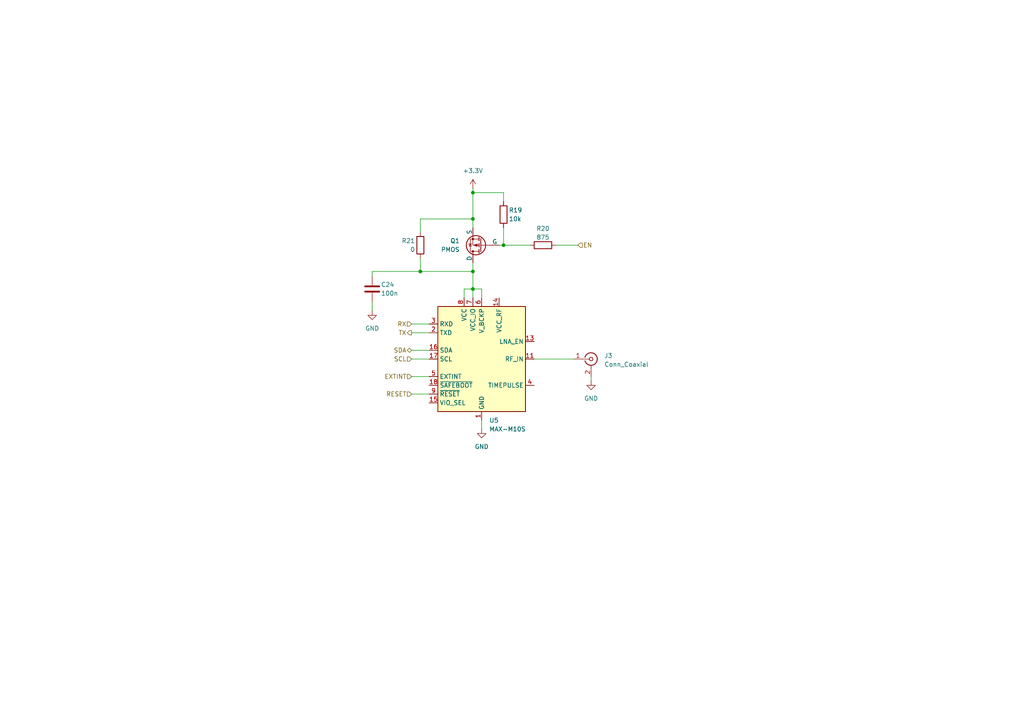
<source format=kicad_sch>
(kicad_sch (version 20231120) (generator "eeschema") (generator_version "8.0")
  (paper "A4")
  (title_block (title "GNSS") (date "2025-01-03") (company "Vojtech Piroch"))
  (lib_symbols
    (symbol "Connector:Conn_Coaxial" (pin_names (offset 1.016) hide)
      (property "Reference" "J" (at 0.254 3.048 0))
      (property "Value" "Conn_Coaxial" (at 2.921 0 90))
      (symbol "Conn_Coaxial_0_1"
        (arc (start -1.778 -0.508) (mid 0.2311 -1.8066) (end 1.778 0) (stroke (width 0.254)))
        (polyline (pts (xy -2.54 0) (xy -0.508 0)))
        (polyline (pts (xy 0 -2.54) (xy 0 -1.778)))
        (circle (center 0 0) (radius 0.508) (stroke (width 0.2032)))
        (arc (start 1.778 0) (mid 0.2099 1.8101) (end -1.778 0.508) (stroke (width 0.254)))
      )
      (symbol "Conn_Coaxial_1_1"
        (pin passive line (at -5.08 0 0) (length 2.54) (name "In") (number "1"))
        (pin passive line (at 0 -5.08 90) (length 2.54) (name "Ext") (number "2"))
      )
    )
    (symbol "Device:C" (pin_numbers hide) (pin_names (offset 0.254))
      (property "Reference" "C" (at 0.635 2.54 0))
      (property "Value" "C" (at 0.635 -2.54 0))
      (symbol "C_0_1"
        (polyline (pts (xy -2.032 -0.762) (xy 2.032 -0.762)) (stroke (width 0.508)))
        (polyline (pts (xy -2.032 0.762) (xy 2.032 0.762)) (stroke (width 0.508)))
      )
      (symbol "C_1_1"
        (pin passive line (at 0 3.81 270) (length 2.794) (name "~") (number "1"))
        (pin passive line (at 0 -3.81 90) (length 2.794) (name "~") (number "2"))
      )
    )
    (symbol "Device:R" (pin_numbers hide) (pin_names (offset 0))
      (property "Reference" "R" (at 2.032 0 90))
      (property "Value" "R" (at 0 0 90))
      (symbol "R_0_1"
        (rectangle (start -1.016 -2.54) (end 1.016 2.54) (stroke (width 0.254)))
      )
      (symbol "R_1_1"
        (pin passive line (at 0 3.81 270) (length 1.27) (name "~") (number "1"))
        (pin passive line (at 0 -3.81 90) (length 1.27) (name "~") (number "2"))
      )
    )
    (symbol "RF_GPS:MAX-M10S"
      (property "Reference" "U" (at -10.16 16.51 0))
      (property "Value" "MAX-M10S" (at 11.43 16.51 0))
      (symbol "MAX-M10S_0_1"
        (rectangle (start 12.7 15.24) (end -12.7 -15.24) (stroke (width 0.254)) (fill (type background)))
      )
      (symbol "MAX-M10S_1_1"
        (pin power_in line (at 0 -17.78 90) (length 2.54) (name "GND") (number "1"))
        (pin passive line (at 0 -17.78 90) (length 2.54) hide (name "GND") (number "10"))
        (pin input line (at 15.24 0 180) (length 2.54) (name "RF_IN") (number "11"))
        (pin passive line (at 0 -17.78 90) (length 2.54) hide (name "GND") (number "12"))
        (pin output line (at 15.24 5.08 180) (length 2.54) (name "LNA_EN") (number "13"))
        (pin power_out line (at 5.08 17.78 270) (length 2.54) (name "VCC_RF") (number "14"))
        (pin input line (at -15.24 -12.7 0) (length 2.54) (name "VIO_SEL") (number "15"))
        (pin bidirectional line (at -15.24 2.54 0) (length 2.54) (name "SDA") (number "16"))
        (pin input line (at -15.24 0 0) (length 2.54) (name "SCL") (number "17"))
        (pin input line (at -15.24 -7.62 0) (length 2.54) (name "~{SAFEBOOT}") (number "18"))
        (pin output line (at -15.24 7.62 0) (length 2.54) (name "TXD") (number "2"))
        (pin input line (at -15.24 10.16 0) (length 2.54) (name "RXD") (number "3"))
        (pin output line (at 15.24 -7.62 180) (length 2.54) (name "TIMEPULSE") (number "4"))
        (pin input line (at -15.24 -5.08 0) (length 2.54) (name "EXTINT") (number "5"))
        (pin power_in line (at 0 17.78 270) (length 2.54) (name "V_BCKP") (number "6"))
        (pin power_in line (at -2.54 17.78 270) (length 2.54) (name "VCC_IO") (number "7"))
        (pin power_in line (at -5.08 17.78 270) (length 2.54) (name "VCC") (number "8"))
        (pin input line (at -15.24 -10.16 0) (length 2.54) (name "~{RESET}") (number "9"))
      )
    )
    (symbol "Simulation_SPICE:PMOS" (pin_numbers hide) (pin_names (offset 0))
      (property "Reference" "Q" (at 5.08 1.27 0))
      (property "Value" "PMOS" (at 5.08 -1.27 0))
      (symbol "PMOS_0_1"
        (polyline (pts (xy 0.254 0) (xy -2.54 0)))
        (polyline (pts (xy 0.254 1.905) (xy 0.254 -1.905)) (stroke (width 0.254)))
        (polyline (pts (xy 0.762 -1.27) (xy 0.762 -2.286)) (stroke (width 0.254)))
        (polyline (pts (xy 0.762 0.508) (xy 0.762 -0.508)) (stroke (width 0.254)))
        (polyline (pts (xy 0.762 2.286) (xy 0.762 1.27)) (stroke (width 0.254)))
        (polyline (pts (xy 2.54 2.54) (xy 2.54 1.778)))
        (polyline (pts (xy 2.54 -2.54) (xy 2.54 0) (xy 0.762 0)))
        (polyline (pts (xy 0.762 1.778) (xy 3.302 1.778) (xy 3.302 -1.778) (xy 0.762 -1.778)))
        (polyline (pts (xy 2.286 0) (xy 1.27 0.381) (xy 1.27 -0.381) (xy 2.286 0)) (fill (type outline)))
        (polyline (pts (xy 2.794 -0.508) (xy 2.921 -0.381) (xy 3.683 -0.381) (xy 3.81 -0.254)))
        (polyline (pts (xy 3.302 -0.381) (xy 2.921 0.254) (xy 3.683 0.254) (xy 3.302 -0.381)))
        (circle (center 1.651 0) (radius 2.794) (stroke (width 0.254)))
        (circle (center 2.54 -1.778) (radius 0.254) (fill (type outline)))
        (circle (center 2.54 1.778) (radius 0.254) (fill (type outline)))
      )
      (symbol "PMOS_1_1"
        (pin passive line (at 2.54 5.08 270) (length 2.54) (name "D") (number "1"))
        (pin input line (at -5.08 0 0) (length 2.54) (name "G") (number "2"))
        (pin passive line (at 2.54 -5.08 90) (length 2.54) (name "S") (number "3"))
      )
    )
    (symbol "power:+3.3V" (power) (pin_numbers hide) (pin_names (offset 0) hide)
      (property "Value" "+3.3V" (at 0 3.556 0))
      (symbol "+3.3V_0_1"
        (polyline (pts (xy -0.762 1.27) (xy 0 2.54)))
        (polyline (pts (xy 0 0) (xy 0 2.54)))
        (polyline (pts (xy 0 2.54) (xy 0.762 1.27)))
      )
      (symbol "+3.3V_1_1"
        (pin power_in line (at 0 0 90) (length 0) (name "~") (number "1"))
      )
    )
    (symbol "power:GND" (power) (pin_numbers hide) (pin_names (offset 0) hide)
      (property "Value" "GND" (at 0 -3.81 0))
      (symbol "GND_0_1"
        (polyline (pts (xy 0 0) (xy 0 -1.27) (xy 1.27 -1.27) (xy 0 -2.54) (xy -1.27 -1.27) (xy 0 -1.27)))
      )
      (symbol "GND_1_1"
        (pin power_in line (at 0 0 270) (length 0) (name "~") (number "1"))
      )
    )
  )
  (junction (at 137.16 55.88))
  (junction (at 137.16 83.82))
  (junction (at 146.05 71.12))
  (junction (at 137.16 63.5))
  (junction (at 121.92 78.74))
  (junction (at 137.16 78.74))
  (wire (pts (xy 137.16 83.82) (xy 134.62 83.82)))
  (wire (pts (xy 154.94 104.14) (xy 166.37 104.14)))
  (wire (pts (xy 139.7 121.92) (xy 139.7 124.46)))
  (wire (pts (xy 137.16 76.2) (xy 137.16 78.74)))
  (wire (pts (xy 119.38 96.52) (xy 124.46 96.52)))
  (wire (pts (xy 137.16 55.88) (xy 137.16 63.5)))
  (wire (pts (xy 146.05 55.88) (xy 137.16 55.88)))
  (wire (pts (xy 121.92 63.5) (xy 121.92 67.31)))
  (wire (pts (xy 146.05 58.42) (xy 146.05 55.88)))
  (wire (pts (xy 137.16 54.61) (xy 137.16 55.88)))
  (wire (pts (xy 107.95 87.63) (xy 107.95 90.17)))
  (wire (pts (xy 119.38 101.6) (xy 124.46 101.6)))
  (wire (pts (xy 146.05 66.04) (xy 146.05 71.12)))
  (wire (pts (xy 137.16 78.74) (xy 137.16 83.82)))
  (wire (pts (xy 137.16 63.5) (xy 137.16 66.04)))
  (wire (pts (xy 107.95 78.74) (xy 107.95 80.01)))
  (wire (pts (xy 139.7 83.82) (xy 137.16 83.82)))
  (wire (pts (xy 161.29 71.12) (xy 167.64 71.12)))
  (wire (pts (xy 121.92 78.74) (xy 121.92 74.93)))
  (wire (pts (xy 121.92 78.74) (xy 137.16 78.74)))
  (wire (pts (xy 119.38 109.22) (xy 124.46 109.22)))
  (wire (pts (xy 121.92 63.5) (xy 137.16 63.5)))
  (wire (pts (xy 171.45 109.22) (xy 171.45 110.49)))
  (wire (pts (xy 139.7 86.36) (xy 139.7 83.82)))
  (wire (pts (xy 107.95 78.74) (xy 121.92 78.74)))
  (wire (pts (xy 119.38 114.3) (xy 124.46 114.3)))
  (wire (pts (xy 119.38 104.14) (xy 124.46 104.14)))
  (wire (pts (xy 146.05 71.12) (xy 153.67 71.12)))
  (wire (pts (xy 146.05 71.12) (xy 144.78 71.12)))
  (wire (pts (xy 134.62 86.36) (xy 134.62 83.82)))
  (wire (pts (xy 137.16 86.36) (xy 137.16 83.82)))
  (wire (pts (xy 119.38 93.98) (xy 124.46 93.98)))
  (hierarchical_label "EN" (shape input) (at 167.64 71.12 0))
  (hierarchical_label "RESET" (shape input) (at 119.38 114.3 180))
  (hierarchical_label "EXTINT" (shape input) (at 119.38 109.22 180))
  (hierarchical_label "SCL" (shape input) (at 119.38 104.14 180))
  (hierarchical_label "RX" (shape input) (at 119.38 93.98 180))
  (hierarchical_label "SDA" (shape bidirectional) (at 119.38 101.6 180))
  (hierarchical_label "TX" (shape output) (at 119.38 96.52 180))
  (symbol (lib_id "power:+3.3V") (at 137.16 54.61 0) (unit 1)
    (property "Reference" "#PWR039" (effects (hide yes)))
    (property "Value" "+3.3V" (at 137.16 49.53 0))
    (property "Description" "Power symbol creates a global label with name \"+3.3V\"" (effects (hide yes)))
  )
  (symbol (lib_id "power:GND") (at 107.95 90.17 0) (unit 1)
    (property "Reference" "#PWR012" (effects (hide yes)))
    (property "Value" "GND" (at 107.95 95.25 0))
    (property "Description" "Power symbol creates a global label with name \"GND\" , ground" (effects (hide yes)))
  )
  (symbol (lib_id "Simulation_SPICE:PMOS") (at 139.7 71.12 180) (unit 1)
    (property "Reference" "Q1" (at 133.35 69.8499 0) (effects (justify left)))
    (property "Value" "PMOS" (at 133.35 72.3899 0) (effects (justify left)))
    (property "Footprint" "Library:SOT95P237X112-3N" (effects (hide yes)))
    (property "Datasheet" "https://ngspice.sourceforge.io/docs/ngspice-html-manual/manual.xhtml#cha_MOSFETs" (effects (hide yes)))
    (property "Description" "P-MOSFET transistor, drain/source/gate" (effects (hide yes)))
    (property "Sim.Device" "PMOS" (effects (hide yes)))
    (property "Sim.Type" "VDMOS" (effects (hide yes)))
    (property "Sim.Pins" "1=D 2=G 3=S" (effects (hide yes)))
  )
  (symbol (lib_id "Connector:Conn_Coaxial") (at 171.45 104.14 0) (unit 1)
    (property "Reference" "J3" (at 175.26 103.1631 0) (effects (justify left)))
    (property "Value" "Conn_Coaxial" (at 175.26 105.7031 0) (effects (justify left)))
    (property "Footprint" "Connector_Coaxial:U.FL_Molex_MCRF_73412-0110_Vertical" (effects (hide yes)))
    (property "Description" "coaxial connector (BNC, SMA, SMB, SMC, Cinch/RCA, LEMO, ...)" (effects (hide yes)))
  )
  (symbol (lib_id "Device:R") (at 146.05 62.23 0) (unit 1)
    (property "Reference" "R19" (at 147.574 60.96 0) (effects (justify left)))
    (property "Value" "10k" (at 147.574 63.5 0) (effects (justify left)))
    (property "Footprint" "Resistor_SMD:R_0603_1608Metric_Pad0.98x0.95mm_HandSolder" (effects (hide yes)))
    (property "Description" "Resistor" (effects (hide yes)))
  )
  (symbol (lib_id "Device:R") (at 121.92 71.12 0) (mirror y) (unit 1)
    (property "Reference" "R21" (at 120.396 69.85 0) (effects (justify left)))
    (property "Value" "0" (at 120.396 72.39 0) (effects (justify left)))
    (property "Footprint" "Resistor_SMD:R_0603_1608Metric_Pad0.98x0.95mm_HandSolder" (effects (hide yes)))
    (property "Description" "Resistor" (effects (hide yes)))
  )
  (symbol (lib_id "RF_GPS:MAX-M10S") (at 139.7 104.14 0) (unit 1)
    (property "Reference" "U5" (at 141.8941 121.92 0) (effects (justify left)))
    (property "Value" "MAX-M10S" (at 141.8941 124.46 0) (effects (justify left)))
    (property "Footprint" "RF_GPS:ublox_MAX" (effects (hide yes)))
    (property "Datasheet" "https://content.u-blox.com/sites/default/files/MAX-M10S_DataSheet_UBX-20035208.pdf" (effects (hide yes)))
    (property "Description" "GNSS Module MAX M10, VCC 1.65V to 3.6V" (effects (hide yes)))
  )
  (symbol (lib_id "Device:C") (at 107.95 83.82 0) (unit 1)
    (property "Reference" "C24" (at 110.49 82.55 0) (effects (justify left)))
    (property "Value" "100n" (at 110.49 85.09 0) (effects (justify left)))
    (property "Footprint" "Capacitor_SMD:C_0603_1608Metric_Pad1.08x0.95mm_HandSolder" (effects (hide yes)))
    (property "Description" "Unpolarized capacitor" (effects (hide yes)))
  )
  (symbol (lib_id "Device:R") (at 157.48 71.12 270) (unit 1)
    (property "Reference" "R20" (at 157.48 66.294 90))
    (property "Value" "875" (at 157.48 68.834 90))
    (property "Footprint" "Resistor_SMD:R_0603_1608Metric_Pad0.98x0.95mm_HandSolder" (effects (hide yes)))
    (property "Description" "Resistor" (effects (hide yes)))
  )
  (symbol (lib_id "power:GND") (at 139.7 124.46 0) (unit 1)
    (property "Reference" "#PWR010" (effects (hide yes)))
    (property "Value" "GND" (at 139.7 129.54 0))
    (property "Description" "Power symbol creates a global label with name \"GND\" , ground" (effects (hide yes)))
  )
  (symbol (lib_id "power:GND") (at 171.45 110.49 0) (unit 1)
    (property "Reference" "#PWR067" (effects (hide yes)))
    (property "Value" "GND" (at 171.45 115.57 0))
    (property "Description" "Power symbol creates a global label with name \"GND\" , ground" (effects (hide yes)))
  )
)
</source>
